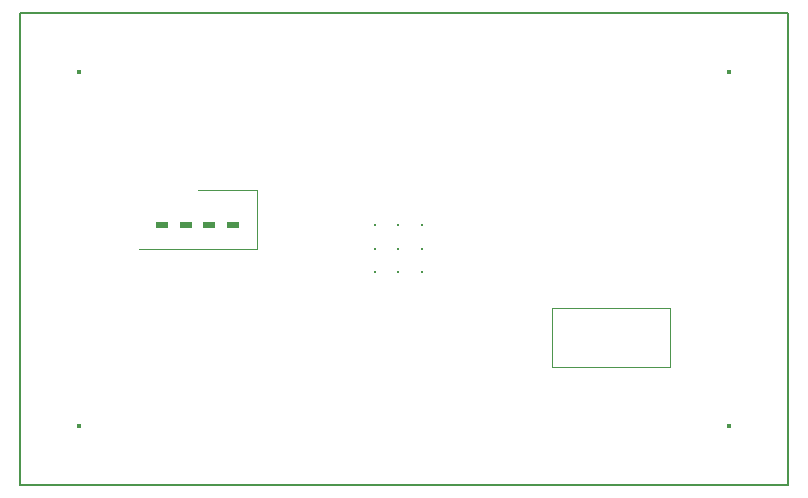
<source format=gbl>
G04 #@! TF.GenerationSoftware,KiCad,Pcbnew,7.0*
G04 #@! TF.CreationDate,2025-05-30T00:00:00-00:00*
G04 #@! TF.ProjectId,ESP_SensorHub,45535020-5365-46e7-936f-724875622e6b,v1.0*
G04 #@! TF.SameCoordinates,Original*
G04 #@! TF.FileFunction,Copper,L2,Bot*
G04 #@! TF.FilePolarity,Positive*
%FSLAX34Y34*%
%MOMM*%
%LPD*%
G01*
G04 ESP Sensor Hub v1.0 - Bottom Copper Layer*
G04 Board dimensions: 65.0mm x 40.0mm*
G04 Bottom layer - mainly ground plane and power routing*
G04*
%ADD10C,0.1000*%
%ADD11C,0.2000*%
%ADD12R,1.0000X0.6000*%
%ADD13C,0.3000*%
%ADD14C,0.4000*%
G04*
G04 Ground plane (flood fill)*
D11*
X0Y0D02*
X650000Y0D01*
X650000Y400000D01*
X0Y400000D01*
X0Y0D01*
G04*
G04 Power routing for voltage regulator*
D10*
X100000Y200000D02*
X200000Y200000D01*
X200000Y250000D01*
X150000Y250000D01*
G04*
G04 Supporting passive components*
D12*
X180000Y220000D03*
X160000Y220000D03*
X140000Y220000D03*
X120000Y220000D03*
G04*
G04 Thermal vias for heat dissipation*
D13*
X300000Y180000D03*
X320000Y180000D03*
X340000Y180000D03*
X300000Y200000D03*
X320000Y200000D03*
X340000Y200000D03*
X300000Y220000D03*
X320000Y220000D03*
X340000Y220000D03*
G04*
G04 Additional power traces*
D10*
X450000Y100000D02*
X550000Y100000D01*
X550000Y150000D01*
X450000Y150000D01*
X450000Y100000D01*
G04*
G04 Mounting holes (if any)*
D14*
X50000Y50000D03*
X600000Y50000D03*
X600000Y350000D03*
X50000Y350000D03*
G04*
M02*

</source>
